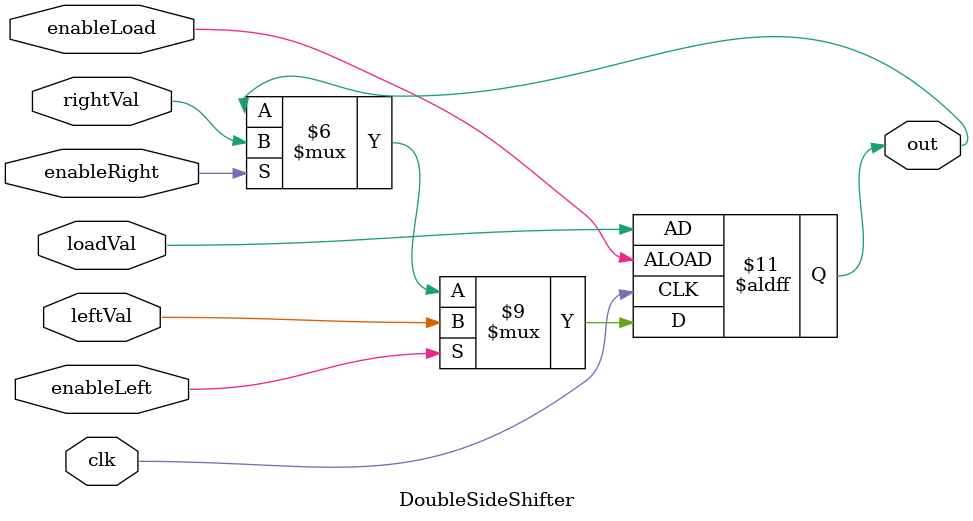
<source format=v>

module paddle(clk, reset, moveUp, moveDown, verticalPosition);

	// Signals to move the paddles in a direction
	input moveUp;
	input moveDown;

	// Clock signal
	input clk;
	
	// Reset signal
	input reset;
	
	// Store the returned position of the paddle from the register
	output [31:0] verticalPosition;

	// Store the end case logic
	reg enableUp;
	reg enableDown;
	
	// End cases logic
	always @(*)
	begin
		if (reset == 1'b0)
		begin
			enableUp = 1'b0;
			enableDown = 1'b0;
		end
		
		else
		begin
			if (moveUp == 1'b1)
			begin
				if (verticalPosition[31] == 1'b1)
					enableUp = 1'b0;
				
				else
					enableUp = 1'b1;
			end
			
			else if (moveUp == 1'b0)
				enableUp = 1'b0;
			
			if (moveDown == 1'b0)
				enableDown = 1'b0;
			
			else if (moveDown == 1'b1)
			begin
				if (verticalPosition[0] == 1'b1)
					enableDown = 1'b0;
				else
					enableDown = 1'b1;
			end
		end
	end
	
		
	// 32-bit register that stores the position of the paddle
	Register32bit r32b(clk, reset, enableUp, enableDown, verticalPosition);
	
endmodule 

// Shift Register That Loads 0 On Either Side
module Register32bit(clk, reset, leftShift, rightShift, out);
	// Clock signal
	input clk;
	
	// Reset to default values
	input reset;
	
	// Shift enable signals
	input leftShift;
	input rightShift;
	
	// Data output from 32-bit register
	output [31:0] out;
	
	// Reset values for register
	wire [31:0] loadVals = 32'b00000000000011111111000000000000;
	
	// Wires to connect double side shifters to each other
	reg [31:0] leftVals;
	reg [31:0] rightVals;
	
	integer i;
	
	// Assign the wires to the proper output connections
	always @(*)
	begin
		for (i = 0; i < 31; i = i+1)
		begin
			rightVals[i] = out[i+1];
			leftVals[i+1] = out[i];
		end
		
		
		leftVals[0] = 1'b0;
		rightVals[31] = 1'b0;
	end
	
	// Double sided shifters connected to each other to store the position of the paddle
	DoubleSideShifter ds[31:0] (
		.clk(clk),
		.enableLeft(leftShift),
		.leftVal(leftVals),
		.enableRight(rightShift),
		.rightVal(rightVals),
		.enableLoad(reset),
		.loadVal(loadVals),
		.out(out)
	);
	
endmodule

// Flip flop for Register
	module DoubleSideShifter(clk, enableLeft, leftVal, enableRight, rightVal, enableLoad, loadVal, out);
	// Clock signal
	input clk;
	
	// Shift enable signals
	input enableLeft;
	input enableRight;
	
	// Data values for left/right shifts
	input leftVal;
	input rightVal;
	
	// Load enable signal and load value -- Used to Reset
	input enableLoad;
	input loadVal;
	
	// Data output
	output reg out;
	
	always @(posedge clk, negedge enableLoad)
		if (enableLoad == 0)
		// Reset
		begin
			out <= loadVal;
		end
		
		// Shift the data
		else
		begin
			if (enableLeft == 1'b1) out <= leftVal;
			else if (enableRight == 1'b1) out <= rightVal;
		end
endmodule 
</source>
